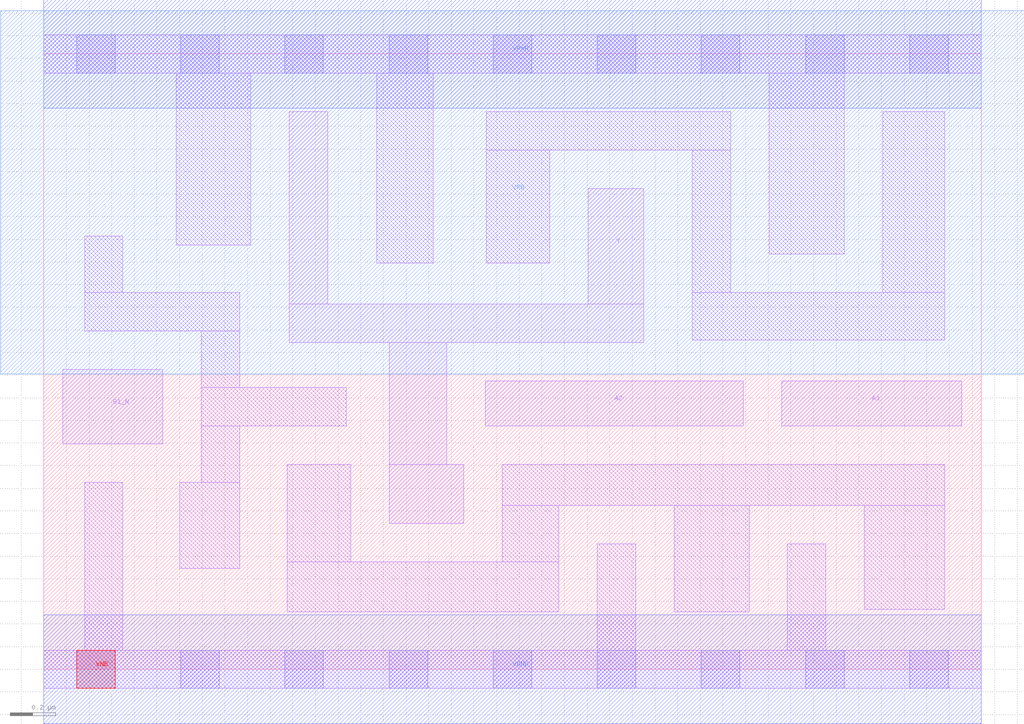
<source format=lef>
# Copyright 2020 The SkyWater PDK Authors
#
# Licensed under the Apache License, Version 2.0 (the "License");
# you may not use this file except in compliance with the License.
# You may obtain a copy of the License at
#
#     https://www.apache.org/licenses/LICENSE-2.0
#
# Unless required by applicable law or agreed to in writing, software
# distributed under the License is distributed on an "AS IS" BASIS,
# WITHOUT WARRANTIES OR CONDITIONS OF ANY KIND, either express or implied.
# See the License for the specific language governing permissions and
# limitations under the License.
#
# SPDX-License-Identifier: Apache-2.0

VERSION 5.7 ;
  NOWIREEXTENSIONATPIN ON ;
  DIVIDERCHAR "/" ;
  BUSBITCHARS "[]" ;
MACRO sky130_fd_sc_hd__o21bai_2
  CLASS CORE ;
  FOREIGN sky130_fd_sc_hd__o21bai_2 ;
  ORIGIN  0.000000  0.000000 ;
  SIZE  4.140000 BY  2.720000 ;
  SYMMETRY X Y R90 ;
  SITE unithd ;
  PIN A1
    ANTENNAGATEAREA  0.495000 ;
    DIRECTION INPUT ;
    USE SIGNAL ;
    PORT
      LAYER li1 ;
        RECT 3.260000 1.075000 4.055000 1.275000 ;
    END
  END A1
  PIN A2
    ANTENNAGATEAREA  0.495000 ;
    DIRECTION INPUT ;
    USE SIGNAL ;
    PORT
      LAYER li1 ;
        RECT 1.950000 1.075000 3.090000 1.275000 ;
    END
  END A2
  PIN B1_N
    ANTENNAGATEAREA  0.126000 ;
    DIRECTION INPUT ;
    USE SIGNAL ;
    PORT
      LAYER li1 ;
        RECT 0.085000 0.995000 0.525000 1.325000 ;
    END
  END B1_N
  PIN VNB
    PORT
      LAYER pwell ;
        RECT 0.145000 -0.085000 0.315000 0.085000 ;
    END
  END VNB
  PIN VPB
    PORT
      LAYER nwell ;
        RECT -0.190000 1.305000 4.330000 2.910000 ;
    END
  END VPB
  PIN Y
    ANTENNADIFFAREA  0.715500 ;
    DIRECTION OUTPUT ;
    USE SIGNAL ;
    PORT
      LAYER li1 ;
        RECT 1.085000 1.445000 2.650000 1.615000 ;
        RECT 1.085000 1.615000 1.255000 2.465000 ;
        RECT 1.525000 0.645000 1.855000 0.905000 ;
        RECT 1.525000 0.905000 1.780000 1.445000 ;
        RECT 2.405000 1.615000 2.650000 2.125000 ;
    END
  END Y
  PIN VGND
    DIRECTION INOUT ;
    SHAPE ABUTMENT ;
    USE GROUND ;
    PORT
      LAYER met1 ;
        RECT 0.000000 -0.240000 4.140000 0.240000 ;
    END
  END VGND
  PIN VPWR
    DIRECTION INOUT ;
    SHAPE ABUTMENT ;
    USE POWER ;
    PORT
      LAYER met1 ;
        RECT 0.000000 2.480000 4.140000 2.960000 ;
    END
  END VPWR
  OBS
    LAYER li1 ;
      RECT 0.000000 -0.085000 4.140000 0.085000 ;
      RECT 0.000000  2.635000 4.140000 2.805000 ;
      RECT 0.180000  0.085000 0.350000 0.825000 ;
      RECT 0.180000  1.495000 0.865000 1.665000 ;
      RECT 0.180000  1.665000 0.350000 1.915000 ;
      RECT 0.585000  1.875000 0.915000 2.635000 ;
      RECT 0.600000  0.445000 0.865000 0.825000 ;
      RECT 0.695000  0.825000 0.865000 1.075000 ;
      RECT 0.695000  1.075000 1.335000 1.245000 ;
      RECT 0.695000  1.245000 0.865000 1.495000 ;
      RECT 1.075000  0.255000 2.275000 0.475000 ;
      RECT 1.075000  0.475000 1.355000 0.905000 ;
      RECT 1.470000  1.795000 1.720000 2.635000 ;
      RECT 1.955000  1.795000 2.235000 2.295000 ;
      RECT 1.955000  2.295000 3.035000 2.465000 ;
      RECT 2.025000  0.475000 2.275000 0.725000 ;
      RECT 2.025000  0.725000 3.980000 0.905000 ;
      RECT 2.445000  0.085000 2.615000 0.555000 ;
      RECT 2.785000  0.255000 3.115000 0.725000 ;
      RECT 2.865000  1.455000 3.980000 1.665000 ;
      RECT 2.865000  1.665000 3.035000 2.295000 ;
      RECT 3.205000  1.835000 3.535000 2.635000 ;
      RECT 3.285000  0.085000 3.455000 0.555000 ;
      RECT 3.625000  0.265000 3.980000 0.725000 ;
      RECT 3.705000  1.665000 3.980000 2.465000 ;
    LAYER mcon ;
      RECT 0.145000 -0.085000 0.315000 0.085000 ;
      RECT 0.145000  2.635000 0.315000 2.805000 ;
      RECT 0.605000 -0.085000 0.775000 0.085000 ;
      RECT 0.605000  2.635000 0.775000 2.805000 ;
      RECT 1.065000 -0.085000 1.235000 0.085000 ;
      RECT 1.065000  2.635000 1.235000 2.805000 ;
      RECT 1.525000 -0.085000 1.695000 0.085000 ;
      RECT 1.525000  2.635000 1.695000 2.805000 ;
      RECT 1.985000 -0.085000 2.155000 0.085000 ;
      RECT 1.985000  2.635000 2.155000 2.805000 ;
      RECT 2.445000 -0.085000 2.615000 0.085000 ;
      RECT 2.445000  2.635000 2.615000 2.805000 ;
      RECT 2.905000 -0.085000 3.075000 0.085000 ;
      RECT 2.905000  2.635000 3.075000 2.805000 ;
      RECT 3.365000 -0.085000 3.535000 0.085000 ;
      RECT 3.365000  2.635000 3.535000 2.805000 ;
      RECT 3.825000 -0.085000 3.995000 0.085000 ;
      RECT 3.825000  2.635000 3.995000 2.805000 ;
  END
END sky130_fd_sc_hd__o21bai_2
END LIBRARY

</source>
